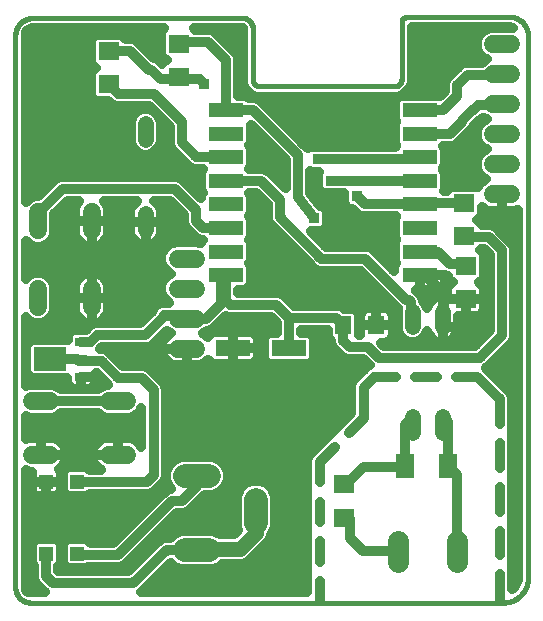
<source format=gtl>
G75*
%MOIN*%
%OFA0B0*%
%FSLAX25Y25*%
%IPPOS*%
%LPD*%
%AMOC8*
5,1,8,0,0,1.08239X$1,22.5*
%
%ADD10C,0.03200*%
%ADD11C,0.01600*%
%ADD12R,0.05512X0.06299*%
%ADD13R,0.07087X0.06299*%
%ADD14R,0.11811X0.04724*%
%ADD15C,0.06000*%
%ADD16C,0.05200*%
%ADD17R,0.11811X0.05512*%
%ADD18R,0.04331X0.02756*%
%ADD19R,0.07087X0.02756*%
%ADD20R,0.11024X0.07874*%
%ADD21R,0.05000X0.02500*%
%ADD22C,0.07050*%
%ADD23R,0.05906X0.08268*%
%ADD24R,0.04724X0.04724*%
%ADD25C,0.07874*%
%ADD26R,0.03562X0.03562*%
%ADD27C,0.03562*%
%ADD28C,0.05000*%
D10*
X0039822Y0047941D02*
X0039348Y0048415D01*
X0039091Y0049034D01*
X0039058Y0049369D01*
X0039058Y0088345D01*
X0039894Y0088073D01*
X0040765Y0087935D01*
X0041268Y0087935D01*
X0041172Y0087703D01*
X0041072Y0087201D01*
X0041072Y0084583D01*
X0046034Y0084583D01*
X0050996Y0084583D01*
X0050996Y0087201D01*
X0050896Y0087703D01*
X0050700Y0088176D01*
X0050416Y0088602D01*
X0050217Y0088801D01*
X0050854Y0089264D01*
X0051477Y0089887D01*
X0051995Y0090600D01*
X0052395Y0091386D01*
X0052668Y0092224D01*
X0052805Y0093095D01*
X0052805Y0093535D01*
X0044206Y0093535D01*
X0044206Y0093535D01*
X0052805Y0093535D01*
X0052805Y0093976D01*
X0052668Y0094847D01*
X0052395Y0095685D01*
X0051995Y0096470D01*
X0051477Y0097184D01*
X0050854Y0097807D01*
X0050141Y0098325D01*
X0049355Y0098725D01*
X0048517Y0098998D01*
X0047646Y0099135D01*
X0044206Y0099135D01*
X0044206Y0093536D01*
X0044205Y0093536D01*
X0044205Y0099135D01*
X0040765Y0099135D01*
X0039894Y0098998D01*
X0039058Y0098726D01*
X0039058Y0106372D01*
X0040130Y0105928D01*
X0048281Y0105928D01*
X0050268Y0106752D01*
X0050845Y0107328D01*
X0063166Y0107328D01*
X0063743Y0106752D01*
X0065730Y0105928D01*
X0073881Y0105928D01*
X0075868Y0106752D01*
X0077389Y0108273D01*
X0077709Y0109045D01*
X0077709Y0096246D01*
X0077595Y0096470D01*
X0077077Y0097184D01*
X0076454Y0097807D01*
X0075741Y0098325D01*
X0074955Y0098725D01*
X0074117Y0098998D01*
X0073246Y0099135D01*
X0069806Y0099135D01*
X0069806Y0093536D01*
X0069805Y0093536D01*
X0069805Y0099135D01*
X0066365Y0099135D01*
X0065494Y0098998D01*
X0064656Y0098725D01*
X0063870Y0098325D01*
X0063157Y0097807D01*
X0062534Y0097184D01*
X0062016Y0096470D01*
X0061616Y0095685D01*
X0061343Y0094847D01*
X0061206Y0093976D01*
X0061205Y0093535D01*
X0061206Y0093535D02*
X0061206Y0093095D01*
X0061343Y0092224D01*
X0061616Y0091386D01*
X0062016Y0090600D01*
X0062534Y0089887D01*
X0063157Y0089264D01*
X0063870Y0088746D01*
X0064177Y0088590D01*
X0060392Y0088590D01*
X0059996Y0088986D01*
X0059111Y0089352D01*
X0053429Y0089352D01*
X0052544Y0088986D01*
X0051867Y0088308D01*
X0051501Y0087424D01*
X0051501Y0081742D01*
X0051867Y0080857D01*
X0052544Y0080180D01*
X0053429Y0079813D01*
X0059111Y0079813D01*
X0059996Y0080180D01*
X0060392Y0080576D01*
X0080244Y0080576D01*
X0081717Y0081186D01*
X0083986Y0083455D01*
X0085114Y0084582D01*
X0085724Y0086055D01*
X0085724Y0115995D01*
X0085114Y0117468D01*
X0081177Y0121405D01*
X0080049Y0122532D01*
X0078577Y0123143D01*
X0071565Y0123143D01*
X0067791Y0126917D01*
X0066664Y0128044D01*
X0065191Y0128654D01*
X0063831Y0128654D01*
X0064479Y0129302D01*
X0079758Y0129302D01*
X0081230Y0129912D01*
X0086175Y0134857D01*
X0086677Y0134355D01*
X0087426Y0134045D01*
X0086805Y0133728D01*
X0086092Y0133210D01*
X0085469Y0132587D01*
X0084951Y0131874D01*
X0084550Y0131088D01*
X0084278Y0130250D01*
X0084140Y0129379D01*
X0084140Y0128939D01*
X0092740Y0128939D01*
X0092740Y0128939D01*
X0084140Y0128939D01*
X0084140Y0128498D01*
X0084278Y0127627D01*
X0084550Y0126789D01*
X0084951Y0126004D01*
X0085469Y0125290D01*
X0086092Y0124667D01*
X0086805Y0124149D01*
X0087591Y0123749D01*
X0088429Y0123476D01*
X0089299Y0123339D01*
X0092740Y0123339D01*
X0092740Y0128938D01*
X0092740Y0128938D01*
X0092740Y0123339D01*
X0096181Y0123339D01*
X0097051Y0123476D01*
X0097890Y0123749D01*
X0098675Y0124149D01*
X0099388Y0124667D01*
X0099855Y0125133D01*
X0099880Y0125072D01*
X0100165Y0124646D01*
X0100527Y0124284D01*
X0100953Y0123999D01*
X0101426Y0123803D01*
X0101928Y0123703D01*
X0108090Y0123703D01*
X0114251Y0123703D01*
X0114754Y0123803D01*
X0115227Y0123999D01*
X0115653Y0124284D01*
X0116015Y0124646D01*
X0116299Y0125072D01*
X0116495Y0125545D01*
X0116595Y0126047D01*
X0116595Y0129059D01*
X0108090Y0129059D01*
X0108090Y0129059D01*
X0116595Y0129059D01*
X0116595Y0132071D01*
X0116495Y0132573D01*
X0116299Y0133047D01*
X0116015Y0133472D01*
X0115653Y0133834D01*
X0115227Y0134119D01*
X0114754Y0134315D01*
X0114251Y0134415D01*
X0108090Y0134415D01*
X0108090Y0129059D01*
X0108090Y0123703D01*
X0108090Y0129059D01*
X0108090Y0129059D01*
X0108090Y0129059D01*
X0108090Y0134415D01*
X0101928Y0134415D01*
X0101426Y0134315D01*
X0100953Y0134119D01*
X0100527Y0133834D01*
X0100165Y0133472D01*
X0099880Y0133047D01*
X0099784Y0132814D01*
X0099388Y0133210D01*
X0098675Y0133728D01*
X0098054Y0134045D01*
X0098803Y0134355D01*
X0099380Y0134931D01*
X0099955Y0134931D01*
X0101427Y0135542D01*
X0105742Y0139856D01*
X0106510Y0139538D01*
X0121002Y0139538D01*
X0122985Y0137554D01*
X0122985Y0134222D01*
X0120603Y0134222D01*
X0119718Y0133856D01*
X0119041Y0133178D01*
X0118675Y0132294D01*
X0118675Y0125824D01*
X0119041Y0124940D01*
X0119718Y0124263D01*
X0120603Y0123896D01*
X0133372Y0123896D01*
X0134256Y0124263D01*
X0134934Y0124940D01*
X0135300Y0125824D01*
X0135300Y0132294D01*
X0134934Y0133178D01*
X0134256Y0133856D01*
X0133372Y0134222D01*
X0130999Y0134222D01*
X0130999Y0135207D01*
X0139843Y0135207D01*
X0139843Y0133040D01*
X0140209Y0132155D01*
X0140886Y0131478D01*
X0140998Y0131432D01*
X0140998Y0130640D01*
X0141608Y0129167D01*
X0143674Y0127102D01*
X0144801Y0125975D01*
X0146274Y0125365D01*
X0151710Y0125365D01*
X0153516Y0123559D01*
X0153743Y0123331D01*
X0152964Y0123009D01*
X0151783Y0121827D01*
X0148239Y0118284D01*
X0147600Y0116740D01*
X0147600Y0107408D01*
X0133672Y0093481D01*
X0133033Y0091937D01*
X0133033Y0047651D01*
X0077710Y0047651D01*
X0078421Y0048362D01*
X0087505Y0057446D01*
X0088674Y0056277D01*
X0091006Y0055311D01*
X0101404Y0055311D01*
X0103735Y0056277D01*
X0104600Y0057142D01*
X0111433Y0057142D01*
X0113236Y0057889D01*
X0114617Y0059269D01*
X0120050Y0064702D01*
X0120797Y0066506D01*
X0120797Y0066645D01*
X0121268Y0067117D01*
X0122234Y0069448D01*
X0122234Y0079846D01*
X0121268Y0082178D01*
X0119483Y0083963D01*
X0117152Y0084928D01*
X0114628Y0084928D01*
X0112296Y0083963D01*
X0110512Y0082178D01*
X0109546Y0079846D01*
X0109546Y0069448D01*
X0109947Y0068479D01*
X0108424Y0066956D01*
X0103813Y0066956D01*
X0103735Y0067033D01*
X0101404Y0067999D01*
X0091006Y0067999D01*
X0088674Y0067033D01*
X0087303Y0065662D01*
X0085250Y0065662D01*
X0083777Y0065052D01*
X0073364Y0054639D01*
X0049912Y0054639D01*
X0049897Y0054653D01*
X0049897Y0056301D01*
X0050437Y0056841D01*
X0050803Y0057726D01*
X0050803Y0063408D01*
X0050437Y0064293D01*
X0049760Y0064970D01*
X0048875Y0065336D01*
X0043193Y0065336D01*
X0042308Y0064970D01*
X0041631Y0064293D01*
X0041265Y0063408D01*
X0041265Y0057726D01*
X0041631Y0056841D01*
X0041883Y0056590D01*
X0041883Y0052197D01*
X0042493Y0050724D01*
X0043620Y0049597D01*
X0045565Y0047651D01*
X0040776Y0047651D01*
X0040441Y0047684D01*
X0039822Y0047941D01*
X0039084Y0049106D02*
X0044111Y0049106D01*
X0041883Y0052304D02*
X0039058Y0052304D01*
X0039058Y0055503D02*
X0041883Y0055503D01*
X0041265Y0058701D02*
X0039058Y0058701D01*
X0039058Y0061900D02*
X0041265Y0061900D01*
X0042618Y0065098D02*
X0039058Y0065098D01*
X0039058Y0068297D02*
X0072455Y0068297D01*
X0075654Y0071495D02*
X0039058Y0071495D01*
X0039058Y0074694D02*
X0078852Y0074694D01*
X0082051Y0077892D02*
X0039058Y0077892D01*
X0039058Y0081091D02*
X0041325Y0081091D01*
X0041368Y0080989D02*
X0041652Y0080563D01*
X0042014Y0080201D01*
X0042440Y0079916D01*
X0042913Y0079720D01*
X0043416Y0079620D01*
X0046034Y0079620D01*
X0048652Y0079620D01*
X0049154Y0079720D01*
X0049628Y0079916D01*
X0050053Y0080201D01*
X0050416Y0080563D01*
X0050700Y0080989D01*
X0050896Y0081462D01*
X0050996Y0081964D01*
X0050996Y0084583D01*
X0046034Y0084583D01*
X0046034Y0084583D01*
X0046034Y0084583D01*
X0046034Y0079620D01*
X0046034Y0084583D01*
X0046034Y0084583D01*
X0041072Y0084583D01*
X0041072Y0081964D01*
X0041172Y0081462D01*
X0041368Y0080989D01*
X0041072Y0084289D02*
X0039058Y0084289D01*
X0039058Y0087488D02*
X0041129Y0087488D01*
X0046034Y0084289D02*
X0046034Y0084289D01*
X0046034Y0081091D02*
X0046034Y0081091D01*
X0050742Y0081091D02*
X0051770Y0081091D01*
X0051501Y0084289D02*
X0050996Y0084289D01*
X0050939Y0087488D02*
X0051527Y0087488D01*
X0052039Y0090686D02*
X0061972Y0090686D01*
X0061206Y0093535D02*
X0069805Y0093535D01*
X0069805Y0093535D01*
X0061205Y0093535D01*
X0061206Y0093885D02*
X0052805Y0093885D01*
X0051550Y0097083D02*
X0062461Y0097083D01*
X0063918Y0106679D02*
X0050093Y0106679D01*
X0044206Y0111335D02*
X0069806Y0111335D01*
X0066632Y0116743D02*
X0065730Y0116743D01*
X0063743Y0115919D01*
X0063166Y0115343D01*
X0050845Y0115343D01*
X0050268Y0115919D01*
X0048281Y0116743D01*
X0040130Y0116743D01*
X0039058Y0116299D01*
X0039058Y0139289D01*
X0040226Y0138122D01*
X0042213Y0137298D01*
X0044365Y0137298D01*
X0046352Y0138122D01*
X0047873Y0139643D01*
X0048696Y0141630D01*
X0048696Y0149781D01*
X0047873Y0151768D01*
X0046352Y0153289D01*
X0044365Y0154113D01*
X0042213Y0154113D01*
X0040226Y0153289D01*
X0039058Y0152122D01*
X0039058Y0164889D01*
X0040226Y0163722D01*
X0042213Y0162898D01*
X0044365Y0162898D01*
X0046352Y0163722D01*
X0047873Y0165243D01*
X0048696Y0167230D01*
X0048696Y0173755D01*
X0053061Y0178120D01*
X0056984Y0178120D01*
X0056818Y0177954D01*
X0056299Y0177241D01*
X0055899Y0176455D01*
X0055627Y0175617D01*
X0055489Y0174746D01*
X0055489Y0171306D01*
X0061089Y0171306D01*
X0066689Y0171306D01*
X0066689Y0174746D01*
X0066551Y0175617D01*
X0066279Y0176455D01*
X0065879Y0177241D01*
X0065360Y0177954D01*
X0065194Y0178120D01*
X0076291Y0178120D01*
X0075727Y0177711D01*
X0075149Y0177132D01*
X0074668Y0176470D01*
X0074296Y0175741D01*
X0074043Y0174963D01*
X0073915Y0174154D01*
X0073915Y0171145D01*
X0079115Y0171145D01*
X0084315Y0171145D01*
X0084315Y0174154D01*
X0084187Y0174963D01*
X0083934Y0175741D01*
X0083562Y0176470D01*
X0083081Y0177132D01*
X0082503Y0177711D01*
X0081939Y0178120D01*
X0087143Y0178120D01*
X0091883Y0173381D01*
X0091883Y0170701D01*
X0092493Y0169228D01*
X0094855Y0166866D01*
X0095982Y0165738D01*
X0097455Y0165128D01*
X0098053Y0165128D01*
X0097886Y0164961D01*
X0097520Y0164076D01*
X0097520Y0164054D01*
X0096816Y0164346D01*
X0088665Y0164346D01*
X0086677Y0163522D01*
X0085156Y0162001D01*
X0084333Y0160014D01*
X0084333Y0157863D01*
X0085156Y0155876D01*
X0086677Y0154355D01*
X0087682Y0153939D01*
X0086677Y0153522D01*
X0085156Y0152001D01*
X0084333Y0150014D01*
X0084333Y0147863D01*
X0085156Y0145876D01*
X0086677Y0144355D01*
X0087033Y0144207D01*
X0084268Y0144207D01*
X0082795Y0143597D01*
X0081668Y0142470D01*
X0081111Y0141126D01*
X0077301Y0137316D01*
X0062623Y0137316D01*
X0063239Y0137516D01*
X0064024Y0137916D01*
X0064737Y0138434D01*
X0065360Y0139057D01*
X0065879Y0139770D01*
X0066279Y0140556D01*
X0066551Y0141394D01*
X0066689Y0142265D01*
X0066689Y0145705D01*
X0061089Y0145705D01*
X0061089Y0137106D01*
X0061514Y0137106D01*
X0060549Y0136706D01*
X0059422Y0135578D01*
X0059113Y0135269D01*
X0056900Y0135269D01*
X0056364Y0135047D01*
X0055053Y0135047D01*
X0054168Y0134681D01*
X0053491Y0134004D01*
X0053124Y0133119D01*
X0053124Y0131701D01*
X0041273Y0131701D01*
X0040388Y0131334D01*
X0039711Y0130657D01*
X0039345Y0129773D01*
X0039345Y0120941D01*
X0039711Y0120056D01*
X0040388Y0119379D01*
X0041273Y0119013D01*
X0052931Y0119013D01*
X0052931Y0117817D01*
X0053031Y0117315D01*
X0053227Y0116842D01*
X0053512Y0116416D01*
X0053874Y0116054D01*
X0054300Y0115769D01*
X0054773Y0115573D01*
X0055275Y0115473D01*
X0057697Y0115473D01*
X0060118Y0115473D01*
X0060621Y0115573D01*
X0061094Y0115769D01*
X0061520Y0116054D01*
X0061882Y0116416D01*
X0062166Y0116842D01*
X0062362Y0117315D01*
X0062462Y0117817D01*
X0062462Y0119451D01*
X0057697Y0119451D01*
X0057697Y0115473D01*
X0057697Y0119451D01*
X0057697Y0119451D01*
X0057697Y0119451D01*
X0062462Y0119451D01*
X0062462Y0120640D01*
X0062734Y0120640D01*
X0066632Y0116743D01*
X0064600Y0116274D02*
X0061740Y0116274D01*
X0062462Y0119473D02*
X0063901Y0119473D01*
X0064394Y0124647D02*
X0057028Y0124647D01*
X0056319Y0125357D01*
X0047264Y0125357D01*
X0053124Y0132267D02*
X0039058Y0132267D01*
X0039058Y0135465D02*
X0059309Y0135465D01*
X0059778Y0137243D02*
X0060648Y0137106D01*
X0061089Y0137105D01*
X0061089Y0145705D01*
X0061089Y0145705D01*
X0061089Y0145706D01*
X0061089Y0145706D01*
X0061089Y0154305D01*
X0060648Y0154305D01*
X0059778Y0154168D01*
X0058939Y0153895D01*
X0058154Y0153495D01*
X0057441Y0152977D01*
X0056818Y0152354D01*
X0056299Y0151641D01*
X0055899Y0150855D01*
X0055627Y0150017D01*
X0055489Y0149146D01*
X0055489Y0145706D01*
X0061089Y0145706D01*
X0061089Y0154305D01*
X0061530Y0154305D01*
X0062400Y0154168D01*
X0063239Y0153895D01*
X0064024Y0153495D01*
X0064737Y0152977D01*
X0065360Y0152354D01*
X0065879Y0151641D01*
X0066279Y0150855D01*
X0066551Y0150017D01*
X0066689Y0149146D01*
X0066689Y0145706D01*
X0061089Y0145706D01*
X0061089Y0145705D01*
X0055489Y0145705D01*
X0055489Y0142265D01*
X0055627Y0141394D01*
X0055899Y0140556D01*
X0056299Y0139770D01*
X0056818Y0139057D01*
X0057441Y0138434D01*
X0058154Y0137916D01*
X0058939Y0137516D01*
X0059778Y0137243D01*
X0061089Y0138664D02*
X0061089Y0138664D01*
X0061089Y0141862D02*
X0061089Y0141862D01*
X0061089Y0145061D02*
X0061089Y0145061D01*
X0061089Y0145706D02*
X0061089Y0171306D01*
X0061089Y0171305D01*
X0061089Y0162706D01*
X0061530Y0162706D01*
X0062400Y0162843D01*
X0063239Y0163116D01*
X0064024Y0163516D01*
X0064737Y0164034D01*
X0065360Y0164657D01*
X0065879Y0165370D01*
X0066279Y0166156D01*
X0066551Y0166994D01*
X0066689Y0167865D01*
X0066689Y0171305D01*
X0061089Y0171305D01*
X0061089Y0171305D01*
X0061089Y0162705D01*
X0060648Y0162706D01*
X0059778Y0162843D01*
X0058939Y0163116D01*
X0058154Y0163516D01*
X0057441Y0164034D01*
X0056818Y0164657D01*
X0056299Y0165370D01*
X0055899Y0166156D01*
X0055627Y0166994D01*
X0055489Y0167865D01*
X0055489Y0171305D01*
X0061089Y0171305D01*
X0061089Y0171306D01*
X0061089Y0170649D02*
X0061089Y0170649D01*
X0061089Y0167451D02*
X0061089Y0167451D01*
X0061089Y0164252D02*
X0061089Y0164252D01*
X0064955Y0164252D02*
X0076177Y0164252D01*
X0076390Y0164097D02*
X0077119Y0163726D01*
X0077897Y0163473D01*
X0078706Y0163345D01*
X0079115Y0163345D01*
X0079524Y0163345D01*
X0080333Y0163473D01*
X0081111Y0163726D01*
X0081840Y0164097D01*
X0082503Y0164579D01*
X0083081Y0165157D01*
X0083562Y0165819D01*
X0083934Y0166549D01*
X0084187Y0167327D01*
X0084315Y0168136D01*
X0084315Y0171145D01*
X0079115Y0171145D01*
X0079115Y0171145D01*
X0079115Y0171145D01*
X0079115Y0163345D01*
X0079115Y0171145D01*
X0079115Y0171145D01*
X0073915Y0171145D01*
X0073915Y0168136D01*
X0074043Y0167327D01*
X0074296Y0166549D01*
X0074668Y0165819D01*
X0075149Y0165157D01*
X0075727Y0164579D01*
X0076390Y0164097D01*
X0074023Y0167451D02*
X0066623Y0167451D01*
X0066689Y0170649D02*
X0073915Y0170649D01*
X0073915Y0173848D02*
X0066689Y0173848D01*
X0065978Y0177046D02*
X0075086Y0177046D01*
X0079115Y0170649D02*
X0079115Y0170649D01*
X0079115Y0167451D02*
X0079115Y0167451D01*
X0079115Y0164252D02*
X0079115Y0164252D01*
X0082053Y0164252D02*
X0088439Y0164252D01*
X0084764Y0161053D02*
X0039058Y0161053D01*
X0039058Y0157855D02*
X0084336Y0157855D01*
X0086375Y0154656D02*
X0039058Y0154656D01*
X0039058Y0164252D02*
X0039696Y0164252D01*
X0046882Y0164252D02*
X0057223Y0164252D01*
X0055555Y0167451D02*
X0048696Y0167451D01*
X0048696Y0170649D02*
X0055489Y0170649D01*
X0055489Y0173848D02*
X0048788Y0173848D01*
X0051987Y0177046D02*
X0056200Y0177046D01*
X0051402Y0182128D02*
X0088803Y0182128D01*
X0095890Y0175041D01*
X0095890Y0171498D01*
X0098252Y0169135D01*
X0105806Y0169135D01*
X0105832Y0169109D01*
X0113567Y0165172D02*
X0113778Y0165384D01*
X0114145Y0166268D01*
X0114145Y0171950D01*
X0113778Y0172835D01*
X0113567Y0173046D01*
X0113778Y0173258D01*
X0114145Y0174142D01*
X0114145Y0179824D01*
X0113778Y0180709D01*
X0113637Y0180850D01*
X0115909Y0180850D01*
X0119835Y0176924D01*
X0119835Y0171882D01*
X0120445Y0170409D01*
X0134225Y0156629D01*
X0135352Y0155502D01*
X0136825Y0154892D01*
X0150529Y0154892D01*
X0162571Y0142850D01*
X0163097Y0142325D01*
X0163053Y0142219D01*
X0163053Y0135027D01*
X0163815Y0133187D01*
X0165224Y0131778D01*
X0167064Y0131016D01*
X0169056Y0131016D01*
X0170896Y0131778D01*
X0172305Y0133187D01*
X0172984Y0134828D01*
X0172988Y0134805D01*
X0173241Y0134027D01*
X0173612Y0133297D01*
X0174094Y0132635D01*
X0174672Y0132056D01*
X0175334Y0131575D01*
X0176064Y0131204D01*
X0176842Y0130951D01*
X0177651Y0130823D01*
X0178060Y0130823D01*
X0178469Y0130823D01*
X0179278Y0130951D01*
X0180056Y0131204D01*
X0180785Y0131575D01*
X0181447Y0132056D01*
X0182026Y0132635D01*
X0182507Y0133297D01*
X0182879Y0134027D01*
X0183132Y0134805D01*
X0183260Y0135614D01*
X0183260Y0136023D01*
X0183260Y0139683D01*
X0185814Y0139683D01*
X0185814Y0145432D01*
X0185814Y0145432D01*
X0185814Y0139683D01*
X0189614Y0139683D01*
X0190116Y0139783D01*
X0190589Y0139979D01*
X0191015Y0140263D01*
X0191377Y0140625D01*
X0191662Y0141051D01*
X0191858Y0141524D01*
X0191957Y0142027D01*
X0191957Y0145432D01*
X0185814Y0145432D01*
X0180146Y0145432D01*
X0178572Y0147007D01*
X0178572Y0136535D01*
X0178060Y0136023D01*
X0178060Y0136023D01*
X0178060Y0146423D01*
X0178469Y0146423D01*
X0179278Y0146295D01*
X0179671Y0146167D01*
X0179671Y0148838D01*
X0179771Y0149340D01*
X0179967Y0149813D01*
X0180251Y0150239D01*
X0180613Y0150601D01*
X0181039Y0150886D01*
X0181432Y0151048D01*
X0180907Y0151266D01*
X0180230Y0151943D01*
X0179864Y0152827D01*
X0179864Y0153236D01*
X0179743Y0153236D01*
X0178905Y0153583D01*
X0178905Y0153361D01*
X0170399Y0153361D01*
X0170399Y0153361D01*
X0170399Y0148399D01*
X0169143Y0148399D01*
X0169813Y0147729D01*
X0170940Y0146602D01*
X0171550Y0145129D01*
X0171550Y0144813D01*
X0172305Y0144059D01*
X0172984Y0142418D01*
X0172988Y0142441D01*
X0173241Y0143219D01*
X0173612Y0143948D01*
X0174094Y0144610D01*
X0174672Y0145189D01*
X0175334Y0145670D01*
X0176064Y0146042D01*
X0176842Y0146295D01*
X0177651Y0146423D01*
X0178060Y0146423D01*
X0178060Y0136023D01*
X0183260Y0136023D01*
X0178060Y0136023D01*
X0178060Y0136023D01*
X0178060Y0130823D01*
X0178060Y0136023D01*
X0178060Y0136023D01*
X0178060Y0135465D02*
X0178060Y0135465D01*
X0178060Y0132267D02*
X0178060Y0132267D01*
X0174462Y0132267D02*
X0171385Y0132267D01*
X0168060Y0136023D02*
X0167543Y0136539D01*
X0167543Y0144332D01*
X0166756Y0145120D01*
X0165969Y0145120D01*
X0152189Y0158899D01*
X0137622Y0158899D01*
X0123843Y0172679D01*
X0123843Y0178584D01*
X0117569Y0184857D01*
X0105832Y0184857D01*
X0105832Y0192731D02*
X0105794Y0192770D01*
X0096017Y0192770D01*
X0091117Y0197670D01*
X0091117Y0204570D01*
X0081917Y0213770D01*
X0070006Y0213770D01*
X0066753Y0217024D01*
X0066643Y0211467D02*
X0062731Y0211467D01*
X0061846Y0211833D01*
X0061169Y0212511D01*
X0060802Y0213395D01*
X0060802Y0220652D01*
X0061169Y0221537D01*
X0061846Y0222214D01*
X0062622Y0222535D01*
X0061846Y0222857D01*
X0061169Y0223534D01*
X0060802Y0224419D01*
X0060802Y0231676D01*
X0061169Y0232560D01*
X0061846Y0233237D01*
X0062731Y0233604D01*
X0070775Y0233604D01*
X0071660Y0233237D01*
X0072337Y0232560D01*
X0072546Y0232054D01*
X0074783Y0232054D01*
X0076256Y0231444D01*
X0081855Y0225845D01*
X0083199Y0225288D01*
X0084608Y0223879D01*
X0084687Y0224070D01*
X0085364Y0224747D01*
X0086140Y0225069D01*
X0085364Y0225390D01*
X0084687Y0226067D01*
X0084320Y0226952D01*
X0084320Y0234209D01*
X0084687Y0235093D01*
X0085327Y0235733D01*
X0041564Y0235733D01*
X0041172Y0235702D01*
X0040426Y0235460D01*
X0039792Y0234999D01*
X0039331Y0234365D01*
X0039089Y0233620D01*
X0039058Y0233228D01*
X0039058Y0177722D01*
X0040226Y0178889D01*
X0042213Y0179713D01*
X0043320Y0179713D01*
X0048005Y0184397D01*
X0049132Y0185525D01*
X0050605Y0186135D01*
X0088006Y0186135D01*
X0089600Y0186135D01*
X0091073Y0185525D01*
X0097520Y0179078D01*
X0097520Y0179824D01*
X0097886Y0180709D01*
X0098097Y0180920D01*
X0097886Y0181132D01*
X0097520Y0182016D01*
X0097520Y0187698D01*
X0097886Y0188583D01*
X0098066Y0188763D01*
X0095220Y0188763D01*
X0093747Y0189373D01*
X0092620Y0190500D01*
X0087720Y0195400D01*
X0087110Y0196873D01*
X0087110Y0202910D01*
X0080258Y0209763D01*
X0069209Y0209763D01*
X0067736Y0210373D01*
X0066643Y0211467D01*
X0061450Y0212230D02*
X0039058Y0212230D01*
X0039058Y0215428D02*
X0060802Y0215428D01*
X0060802Y0218627D02*
X0039058Y0218627D01*
X0039058Y0221825D02*
X0061457Y0221825D01*
X0060802Y0225024D02*
X0039058Y0225024D01*
X0039058Y0228222D02*
X0060802Y0228222D01*
X0060802Y0231421D02*
X0039058Y0231421D01*
X0039516Y0234619D02*
X0084491Y0234619D01*
X0084320Y0231421D02*
X0076279Y0231421D01*
X0073986Y0228047D02*
X0080142Y0221891D01*
X0080929Y0221891D01*
X0084079Y0218742D01*
X0089456Y0218742D01*
X0097071Y0218742D01*
X0098646Y0217167D01*
X0105831Y0225156D02*
X0105831Y0208480D01*
X0105832Y0208480D01*
X0114813Y0208480D01*
X0129748Y0193545D01*
X0129748Y0179372D01*
X0135260Y0172285D01*
X0137079Y0176473D02*
X0133755Y0180747D01*
X0133755Y0187958D01*
X0134181Y0187782D01*
X0136848Y0187782D01*
X0136583Y0187143D01*
X0136583Y0182624D01*
X0136950Y0181739D01*
X0137627Y0181062D01*
X0138512Y0180695D01*
X0143032Y0180695D01*
X0143469Y0180876D01*
X0145250Y0180876D01*
X0145250Y0177424D01*
X0145616Y0176540D01*
X0146293Y0175863D01*
X0147178Y0175496D01*
X0147959Y0175496D01*
X0149869Y0173586D01*
X0151342Y0172976D01*
X0162594Y0172976D01*
X0162453Y0172835D01*
X0162087Y0171950D01*
X0162087Y0166268D01*
X0162453Y0165384D01*
X0162664Y0165172D01*
X0162453Y0164961D01*
X0162087Y0164076D01*
X0162087Y0158394D01*
X0162453Y0157510D01*
X0162528Y0157435D01*
X0162474Y0157381D01*
X0162190Y0156955D01*
X0161994Y0156482D01*
X0161894Y0155980D01*
X0161894Y0154861D01*
X0154459Y0162296D01*
X0152986Y0162906D01*
X0139282Y0162906D01*
X0134091Y0168097D01*
X0137520Y0168097D01*
X0138404Y0168463D01*
X0139082Y0169140D01*
X0139448Y0170025D01*
X0139448Y0174545D01*
X0139082Y0175430D01*
X0138404Y0176107D01*
X0137520Y0176473D01*
X0137079Y0176473D01*
X0136633Y0177046D02*
X0145406Y0177046D01*
X0145250Y0180245D02*
X0134146Y0180245D01*
X0133755Y0183443D02*
X0136583Y0183443D01*
X0136583Y0186642D02*
X0133755Y0186642D01*
X0136441Y0191970D02*
X0169638Y0191970D01*
X0170399Y0192731D01*
X0170373Y0184883D02*
X0170399Y0184857D01*
X0170373Y0184883D02*
X0140772Y0184883D01*
X0149438Y0179684D02*
X0152139Y0176983D01*
X0170399Y0176983D01*
X0170738Y0177322D01*
X0185261Y0177322D01*
X0181239Y0182879D02*
X0180355Y0182512D01*
X0179677Y0181835D01*
X0179468Y0181329D01*
X0178427Y0181329D01*
X0178712Y0182016D01*
X0178712Y0187698D01*
X0178345Y0188583D01*
X0178134Y0188794D01*
X0178345Y0189006D01*
X0178712Y0189890D01*
X0178712Y0195573D01*
X0178345Y0196457D01*
X0178204Y0196598D01*
X0181392Y0196598D01*
X0182865Y0197208D01*
X0186747Y0201090D01*
X0187874Y0202218D01*
X0188153Y0202890D01*
X0190012Y0204749D01*
X0190684Y0205027D01*
X0191556Y0205899D01*
X0191738Y0205718D01*
X0192742Y0205302D01*
X0191738Y0204885D01*
X0190217Y0203364D01*
X0189394Y0201377D01*
X0189394Y0199226D01*
X0190217Y0197239D01*
X0191738Y0195718D01*
X0192742Y0195302D01*
X0191738Y0194885D01*
X0190217Y0193364D01*
X0189394Y0191377D01*
X0189394Y0189226D01*
X0190217Y0187239D01*
X0191738Y0185718D01*
X0192487Y0185408D01*
X0191866Y0185091D01*
X0191153Y0184573D01*
X0190529Y0183950D01*
X0190011Y0183237D01*
X0189734Y0182692D01*
X0189284Y0182879D01*
X0181239Y0182879D01*
X0178712Y0183443D02*
X0190161Y0183443D01*
X0190814Y0186642D02*
X0178712Y0186642D01*
X0178691Y0189840D02*
X0189394Y0189840D01*
X0190082Y0193039D02*
X0178712Y0193039D01*
X0178437Y0196237D02*
X0191218Y0196237D01*
X0189394Y0199436D02*
X0185092Y0199436D01*
X0188047Y0202634D02*
X0189914Y0202634D01*
X0191489Y0205833D02*
X0191623Y0205833D01*
X0188414Y0208424D02*
X0189989Y0209999D01*
X0197498Y0209999D01*
X0197801Y0210302D01*
X0188414Y0208424D02*
X0188020Y0208424D01*
X0184477Y0204881D01*
X0184477Y0204487D01*
X0180595Y0200606D01*
X0170399Y0200606D01*
X0170399Y0208480D02*
X0178233Y0208480D01*
X0182902Y0213149D01*
X0182902Y0216692D01*
X0186446Y0220235D01*
X0197735Y0220235D01*
X0197801Y0220302D01*
X0192742Y0225302D02*
X0191738Y0224885D01*
X0191095Y0224243D01*
X0185649Y0224243D01*
X0184176Y0223632D01*
X0183049Y0222505D01*
X0179505Y0218962D01*
X0178895Y0217489D01*
X0178895Y0215895D01*
X0178895Y0214809D01*
X0177174Y0213087D01*
X0176784Y0213249D01*
X0164028Y0213249D01*
X0165300Y0213776D01*
X0166921Y0215397D01*
X0167798Y0217514D01*
X0167798Y0236127D01*
X0200225Y0236127D01*
X0200679Y0236091D01*
X0201541Y0235811D01*
X0201682Y0235709D01*
X0193725Y0235709D01*
X0191738Y0234885D01*
X0190217Y0233364D01*
X0189394Y0231377D01*
X0189394Y0229226D01*
X0190217Y0227239D01*
X0191738Y0225718D01*
X0192742Y0225302D01*
X0192072Y0225024D02*
X0167798Y0225024D01*
X0167798Y0228222D02*
X0189809Y0228222D01*
X0189412Y0231421D02*
X0167798Y0231421D01*
X0167798Y0234619D02*
X0191472Y0234619D01*
X0182369Y0221825D02*
X0167798Y0221825D01*
X0167798Y0218627D02*
X0179366Y0218627D01*
X0178895Y0215428D02*
X0166934Y0215428D01*
X0165300Y0213776D02*
X0165300Y0213776D01*
X0163169Y0212898D02*
X0163130Y0212882D01*
X0162453Y0212205D01*
X0162087Y0211321D01*
X0162087Y0205639D01*
X0162453Y0204754D01*
X0162664Y0204543D01*
X0162453Y0204331D01*
X0162087Y0203447D01*
X0162087Y0197764D01*
X0162453Y0196880D01*
X0162664Y0196669D01*
X0162453Y0196457D01*
X0162254Y0195977D01*
X0139138Y0195977D01*
X0138701Y0196158D01*
X0134181Y0196158D01*
X0133296Y0195792D01*
X0133196Y0195692D01*
X0133145Y0195815D01*
X0132018Y0196942D01*
X0117083Y0211877D01*
X0115610Y0212487D01*
X0113497Y0212487D01*
X0113101Y0212882D01*
X0112217Y0213249D01*
X0109839Y0213249D01*
X0109839Y0225953D01*
X0109229Y0227426D01*
X0103114Y0233540D01*
X0101987Y0234667D01*
X0100514Y0235277D01*
X0095671Y0235277D01*
X0095215Y0235733D01*
X0111249Y0235733D01*
X0111277Y0235730D01*
X0111328Y0235709D01*
X0111368Y0235669D01*
X0111389Y0235618D01*
X0111392Y0235590D01*
X0111392Y0217514D01*
X0112269Y0215397D01*
X0112269Y0215397D01*
X0113890Y0213776D01*
X0116008Y0212898D01*
X0163169Y0212898D01*
X0162478Y0212230D02*
X0116231Y0212230D01*
X0113890Y0213776D02*
X0113890Y0213776D01*
X0112256Y0215428D02*
X0109839Y0215428D01*
X0109839Y0218627D02*
X0111392Y0218627D01*
X0111392Y0221825D02*
X0109839Y0221825D01*
X0109839Y0225024D02*
X0111392Y0225024D01*
X0111392Y0228222D02*
X0108432Y0228222D01*
X0105831Y0225156D02*
X0099717Y0231270D01*
X0090961Y0231270D01*
X0090271Y0230580D01*
X0084320Y0228222D02*
X0079478Y0228222D01*
X0083464Y0225024D02*
X0086032Y0225024D01*
X0090271Y0219557D02*
X0089456Y0218742D01*
X0081951Y0207990D02*
X0080111Y0208752D01*
X0078119Y0208752D01*
X0076279Y0207990D01*
X0074870Y0206581D01*
X0074108Y0204741D01*
X0074108Y0197549D01*
X0074870Y0195709D01*
X0076279Y0194300D01*
X0078119Y0193538D01*
X0080111Y0193538D01*
X0081951Y0194300D01*
X0083360Y0195709D01*
X0084122Y0197549D01*
X0084122Y0204741D01*
X0083360Y0206581D01*
X0081951Y0207990D01*
X0080989Y0209031D02*
X0039058Y0209031D01*
X0039058Y0205833D02*
X0074560Y0205833D01*
X0074108Y0202634D02*
X0039058Y0202634D01*
X0039058Y0199436D02*
X0074108Y0199436D01*
X0074651Y0196237D02*
X0039058Y0196237D01*
X0039058Y0193039D02*
X0090082Y0193039D01*
X0087374Y0196237D02*
X0083579Y0196237D01*
X0084122Y0199436D02*
X0087110Y0199436D01*
X0087110Y0202634D02*
X0084122Y0202634D01*
X0084188Y0205833D02*
X0083670Y0205833D01*
X0093280Y0189840D02*
X0039058Y0189840D01*
X0039058Y0186642D02*
X0097520Y0186642D01*
X0097520Y0183443D02*
X0093154Y0183443D01*
X0096353Y0180245D02*
X0097694Y0180245D01*
X0091416Y0173848D02*
X0084315Y0173848D01*
X0084315Y0170649D02*
X0091904Y0170649D01*
X0094270Y0167451D02*
X0084206Y0167451D01*
X0083144Y0177046D02*
X0088218Y0177046D01*
X0097042Y0164252D02*
X0097592Y0164252D01*
X0105832Y0153361D02*
X0104157Y0151687D01*
X0104157Y0143939D01*
X0099157Y0138939D01*
X0092740Y0138939D01*
X0092266Y0139807D01*
X0085459Y0139807D01*
X0078961Y0133309D01*
X0062819Y0133309D01*
X0060772Y0131262D01*
X0057697Y0131262D01*
X0064245Y0129068D02*
X0084140Y0129068D01*
X0085048Y0125870D02*
X0068838Y0125870D01*
X0064394Y0124647D02*
X0069906Y0119135D01*
X0077780Y0119135D01*
X0081717Y0115198D01*
X0081717Y0086852D01*
X0079447Y0084583D01*
X0056270Y0084583D01*
X0044206Y0093535D02*
X0069806Y0093535D01*
X0069805Y0093885D02*
X0069806Y0093885D01*
X0069805Y0097083D02*
X0069806Y0097083D01*
X0077150Y0097083D02*
X0077709Y0097083D01*
X0077709Y0100282D02*
X0039058Y0100282D01*
X0039058Y0103480D02*
X0077709Y0103480D01*
X0077709Y0106679D02*
X0075693Y0106679D01*
X0085724Y0106679D02*
X0146871Y0106679D01*
X0147600Y0109877D02*
X0085724Y0109877D01*
X0085724Y0113076D02*
X0147600Y0113076D01*
X0147600Y0116274D02*
X0085608Y0116274D01*
X0083109Y0119473D02*
X0149428Y0119473D01*
X0151783Y0121827D02*
X0151783Y0121827D01*
X0152627Y0122671D02*
X0079714Y0122671D01*
X0083586Y0132267D02*
X0085236Y0132267D01*
X0085065Y0140200D02*
X0091872Y0140200D01*
X0092740Y0138939D01*
X0093020Y0138824D01*
X0101243Y0135465D02*
X0122985Y0135465D01*
X0121876Y0138664D02*
X0104550Y0138664D01*
X0107307Y0143545D02*
X0105832Y0145020D01*
X0105832Y0153361D01*
X0109839Y0148592D02*
X0112217Y0148592D01*
X0113101Y0148959D01*
X0113778Y0149636D01*
X0114145Y0150520D01*
X0114145Y0156202D01*
X0113778Y0157087D01*
X0113567Y0157298D01*
X0113778Y0157510D01*
X0114145Y0158394D01*
X0114145Y0164076D01*
X0113778Y0164961D01*
X0113567Y0165172D01*
X0114072Y0164252D02*
X0126602Y0164252D01*
X0123404Y0167451D02*
X0114145Y0167451D01*
X0114145Y0170649D02*
X0120346Y0170649D01*
X0119835Y0173848D02*
X0114023Y0173848D01*
X0114145Y0177046D02*
X0119714Y0177046D01*
X0116515Y0180245D02*
X0113971Y0180245D01*
X0113637Y0188865D02*
X0116772Y0188865D01*
X0118366Y0188865D01*
X0119839Y0188255D01*
X0125741Y0182353D01*
X0125741Y0191885D01*
X0114120Y0203506D01*
X0114145Y0203447D01*
X0114145Y0197764D01*
X0113778Y0196880D01*
X0113567Y0196669D01*
X0113778Y0196457D01*
X0114145Y0195573D01*
X0114145Y0189890D01*
X0113778Y0189006D01*
X0113637Y0188865D01*
X0114124Y0189840D02*
X0125741Y0189840D01*
X0125741Y0186642D02*
X0121452Y0186642D01*
X0124651Y0183443D02*
X0125741Y0183443D01*
X0124587Y0193039D02*
X0114145Y0193039D01*
X0113870Y0196237D02*
X0121389Y0196237D01*
X0118190Y0199436D02*
X0114145Y0199436D01*
X0114145Y0202634D02*
X0114992Y0202634D01*
X0119929Y0209031D02*
X0162087Y0209031D01*
X0162087Y0205833D02*
X0123127Y0205833D01*
X0126326Y0202634D02*
X0162087Y0202634D01*
X0162087Y0199436D02*
X0129524Y0199436D01*
X0132723Y0196237D02*
X0162362Y0196237D01*
X0149608Y0173848D02*
X0139448Y0173848D01*
X0139448Y0170649D02*
X0162087Y0170649D01*
X0162087Y0167451D02*
X0134738Y0167451D01*
X0137936Y0164252D02*
X0162159Y0164252D01*
X0162087Y0161053D02*
X0155702Y0161053D01*
X0158900Y0157855D02*
X0162310Y0157855D01*
X0153963Y0151458D02*
X0114145Y0151458D01*
X0114145Y0154656D02*
X0150765Y0154656D01*
X0157162Y0148259D02*
X0109839Y0148259D01*
X0109839Y0148592D02*
X0109839Y0147552D01*
X0123458Y0147552D01*
X0124931Y0146942D01*
X0126058Y0145815D01*
X0126058Y0145815D01*
X0128652Y0143221D01*
X0143257Y0143221D01*
X0144730Y0142611D01*
X0145116Y0142225D01*
X0148240Y0142225D01*
X0149125Y0141859D01*
X0149802Y0141182D01*
X0150168Y0140297D01*
X0150168Y0133379D01*
X0150673Y0133379D01*
X0150673Y0136668D01*
X0156029Y0136668D01*
X0156029Y0136669D01*
X0156029Y0142418D01*
X0153017Y0142418D01*
X0152515Y0142318D01*
X0152042Y0142122D01*
X0151616Y0141838D01*
X0151254Y0141476D01*
X0150969Y0141050D01*
X0150773Y0140577D01*
X0150673Y0140074D01*
X0150673Y0136669D01*
X0156029Y0136669D01*
X0156029Y0136669D01*
X0156029Y0142418D01*
X0159041Y0142418D01*
X0159543Y0142318D01*
X0160017Y0142122D01*
X0160442Y0141838D01*
X0160805Y0141476D01*
X0161089Y0141050D01*
X0161285Y0140577D01*
X0161385Y0140074D01*
X0161385Y0136669D01*
X0156029Y0136669D01*
X0156029Y0136668D01*
X0161385Y0136668D01*
X0161385Y0133263D01*
X0161285Y0132760D01*
X0161089Y0132287D01*
X0160805Y0131861D01*
X0160442Y0131499D01*
X0160017Y0131215D01*
X0159543Y0131019D01*
X0159041Y0130919D01*
X0157490Y0130919D01*
X0158573Y0129835D01*
X0188718Y0129835D01*
X0193851Y0134968D01*
X0193851Y0159995D01*
X0191868Y0161979D01*
X0190925Y0161979D01*
X0190845Y0161785D01*
X0190710Y0161650D01*
X0190721Y0161646D01*
X0191398Y0160969D01*
X0191765Y0160084D01*
X0191765Y0152827D01*
X0191398Y0151943D01*
X0190721Y0151266D01*
X0190197Y0151048D01*
X0190589Y0150886D01*
X0191015Y0150601D01*
X0191377Y0150239D01*
X0191662Y0149813D01*
X0191858Y0149340D01*
X0191957Y0148838D01*
X0191957Y0145432D01*
X0185814Y0145432D01*
X0185814Y0145432D01*
X0185814Y0145061D02*
X0185814Y0145061D01*
X0185814Y0141862D02*
X0185814Y0141862D01*
X0183260Y0138664D02*
X0193851Y0138664D01*
X0193851Y0141862D02*
X0191925Y0141862D01*
X0191957Y0145061D02*
X0193851Y0145061D01*
X0193851Y0148259D02*
X0191957Y0148259D01*
X0190913Y0151458D02*
X0193851Y0151458D01*
X0193851Y0154656D02*
X0191765Y0154656D01*
X0191765Y0157855D02*
X0193851Y0157855D01*
X0192793Y0161053D02*
X0191314Y0161053D01*
X0193528Y0165986D02*
X0185574Y0165986D01*
X0185261Y0166298D01*
X0189392Y0171810D02*
X0190168Y0172132D01*
X0190845Y0172809D01*
X0191212Y0173694D01*
X0191212Y0175987D01*
X0191866Y0175512D01*
X0192651Y0175112D01*
X0193489Y0174839D01*
X0194360Y0174702D01*
X0197801Y0174702D01*
X0201242Y0174702D01*
X0202112Y0174839D01*
X0202950Y0175112D01*
X0203124Y0175201D01*
X0203124Y0052519D01*
X0203064Y0051757D01*
X0202594Y0050309D01*
X0201699Y0049077D01*
X0201276Y0048769D01*
X0201276Y0112803D01*
X0200636Y0114347D01*
X0199455Y0115528D01*
X0192580Y0122403D01*
X0192648Y0122431D01*
X0200128Y0129912D01*
X0201255Y0131039D01*
X0201865Y0132512D01*
X0201865Y0162452D01*
X0201255Y0163925D01*
X0196925Y0168256D01*
X0195797Y0169383D01*
X0194325Y0169993D01*
X0191184Y0169993D01*
X0190845Y0170812D01*
X0190168Y0171489D01*
X0189392Y0171810D01*
X0190913Y0170649D02*
X0203124Y0170649D01*
X0203124Y0167451D02*
X0197730Y0167451D01*
X0200928Y0164252D02*
X0203124Y0164252D01*
X0203124Y0161053D02*
X0201865Y0161053D01*
X0201865Y0157855D02*
X0203124Y0157855D01*
X0203124Y0154656D02*
X0201865Y0154656D01*
X0201865Y0151458D02*
X0203124Y0151458D01*
X0203124Y0148259D02*
X0201865Y0148259D01*
X0201865Y0145061D02*
X0203124Y0145061D01*
X0203124Y0141862D02*
X0201865Y0141862D01*
X0201865Y0138664D02*
X0203124Y0138664D01*
X0203124Y0135465D02*
X0201865Y0135465D01*
X0201764Y0132267D02*
X0203124Y0132267D01*
X0203124Y0129068D02*
X0199285Y0129068D01*
X0196086Y0125870D02*
X0203124Y0125870D01*
X0203124Y0122671D02*
X0192888Y0122671D01*
X0195510Y0119473D02*
X0203124Y0119473D01*
X0203124Y0116274D02*
X0198709Y0116274D01*
X0201163Y0113076D02*
X0203124Y0113076D01*
X0203124Y0109877D02*
X0201276Y0109877D01*
X0201276Y0106679D02*
X0203124Y0106679D01*
X0203124Y0103480D02*
X0201276Y0103480D01*
X0201276Y0100282D02*
X0203124Y0100282D01*
X0203124Y0097083D02*
X0201276Y0097083D01*
X0201276Y0093885D02*
X0203124Y0093885D01*
X0203124Y0090686D02*
X0201276Y0090686D01*
X0201276Y0087488D02*
X0203124Y0087488D01*
X0203124Y0084289D02*
X0201276Y0084289D01*
X0201276Y0081091D02*
X0203124Y0081091D01*
X0203124Y0077892D02*
X0201276Y0077892D01*
X0201276Y0074694D02*
X0203124Y0074694D01*
X0203124Y0071495D02*
X0201276Y0071495D01*
X0201276Y0068297D02*
X0203124Y0068297D01*
X0203124Y0065098D02*
X0201276Y0065098D01*
X0201276Y0061900D02*
X0203124Y0061900D01*
X0203124Y0058701D02*
X0201276Y0058701D01*
X0201276Y0055503D02*
X0203124Y0055503D01*
X0203108Y0052304D02*
X0201276Y0052304D01*
X0201276Y0049106D02*
X0201720Y0049106D01*
X0197076Y0045432D02*
X0197076Y0053619D01*
X0197076Y0060019D02*
X0197076Y0068206D01*
X0197076Y0074606D02*
X0197076Y0082794D01*
X0197076Y0089194D02*
X0197076Y0097381D01*
X0197076Y0103781D02*
X0197076Y0111968D01*
X0189595Y0119448D01*
X0182445Y0119448D01*
X0176045Y0119448D02*
X0168894Y0119448D01*
X0162494Y0119448D02*
X0155343Y0119448D01*
X0151800Y0115905D01*
X0151800Y0105669D01*
X0146779Y0100648D01*
X0143672Y0103480D02*
X0085724Y0103480D01*
X0085724Y0100282D02*
X0140474Y0100282D01*
X0137275Y0097083D02*
X0085724Y0097083D01*
X0085724Y0093885D02*
X0134077Y0093885D01*
X0133033Y0090686D02*
X0104886Y0090686D01*
X0105520Y0090052D02*
X0103735Y0091837D01*
X0101404Y0092802D01*
X0091006Y0092802D01*
X0088674Y0091837D01*
X0086889Y0090052D01*
X0085924Y0087720D01*
X0085924Y0085196D01*
X0086889Y0082865D01*
X0087556Y0082198D01*
X0087219Y0082198D01*
X0085746Y0081588D01*
X0068246Y0064087D01*
X0060758Y0064087D01*
X0060673Y0064293D01*
X0059996Y0064970D01*
X0059111Y0065336D01*
X0053429Y0065336D01*
X0052544Y0064970D01*
X0051867Y0064293D01*
X0051501Y0063408D01*
X0051501Y0057726D01*
X0051867Y0056841D01*
X0052544Y0056164D01*
X0053429Y0055798D01*
X0059111Y0055798D01*
X0059776Y0056073D01*
X0070703Y0056073D01*
X0072175Y0056683D01*
X0073303Y0057810D01*
X0089676Y0074183D01*
X0091962Y0074183D01*
X0093435Y0074794D01*
X0094562Y0075921D01*
X0098756Y0080114D01*
X0101404Y0080114D01*
X0103735Y0081080D01*
X0105520Y0082865D01*
X0106486Y0085196D01*
X0106486Y0087720D01*
X0105520Y0090052D01*
X0106486Y0087488D02*
X0133033Y0087488D01*
X0133033Y0084289D02*
X0118695Y0084289D01*
X0121718Y0081091D02*
X0133033Y0081091D01*
X0133033Y0077892D02*
X0122234Y0077892D01*
X0122234Y0074694D02*
X0133033Y0074694D01*
X0133033Y0071495D02*
X0122234Y0071495D01*
X0121757Y0068297D02*
X0133033Y0068297D01*
X0133033Y0065098D02*
X0120214Y0065098D01*
X0117247Y0061900D02*
X0133033Y0061900D01*
X0133033Y0058701D02*
X0114049Y0058701D01*
X0109765Y0068297D02*
X0083789Y0068297D01*
X0083888Y0065098D02*
X0080590Y0065098D01*
X0080625Y0061900D02*
X0077392Y0061900D01*
X0077426Y0058701D02*
X0074193Y0058701D01*
X0074228Y0055503D02*
X0049897Y0055503D01*
X0050803Y0058701D02*
X0051501Y0058701D01*
X0051501Y0061900D02*
X0050803Y0061900D01*
X0049450Y0065098D02*
X0052854Y0065098D01*
X0056270Y0060567D02*
X0056757Y0060080D01*
X0069906Y0060080D01*
X0088016Y0078191D01*
X0091165Y0078191D01*
X0096205Y0083230D01*
X0096205Y0086458D01*
X0096534Y0077892D02*
X0109546Y0077892D01*
X0109546Y0074694D02*
X0093194Y0074694D01*
X0086987Y0071495D02*
X0109546Y0071495D01*
X0110061Y0081091D02*
X0103746Y0081091D01*
X0106110Y0084289D02*
X0113085Y0084289D01*
X0096205Y0061655D02*
X0086047Y0061655D01*
X0075024Y0050631D01*
X0048252Y0050631D01*
X0045890Y0052994D01*
X0045890Y0060423D01*
X0046034Y0060567D01*
X0059686Y0065098D02*
X0069256Y0065098D01*
X0082363Y0052304D02*
X0133033Y0052304D01*
X0133033Y0049106D02*
X0079165Y0049106D01*
X0085562Y0055503D02*
X0090543Y0055503D01*
X0101866Y0055503D02*
X0133033Y0055503D01*
X0137233Y0057859D02*
X0137233Y0064673D01*
X0137233Y0071073D02*
X0137233Y0077887D01*
X0137233Y0084287D02*
X0137233Y0091102D01*
X0142254Y0096122D01*
X0151800Y0089527D02*
X0146682Y0084409D01*
X0145107Y0083621D01*
X0151800Y0089527D02*
X0165186Y0089527D01*
X0165580Y0089920D01*
X0165580Y0103543D01*
X0168060Y0106023D01*
X0178060Y0106023D02*
X0179753Y0104330D01*
X0179753Y0089920D01*
X0182902Y0086771D01*
X0182902Y0061298D01*
X0163217Y0061298D02*
X0151682Y0061298D01*
X0147076Y0065905D01*
X0147076Y0072204D01*
X0145107Y0072598D01*
X0137233Y0051459D02*
X0137233Y0044645D01*
X0086299Y0084289D02*
X0084821Y0084289D01*
X0085724Y0087488D02*
X0085924Y0087488D01*
X0085724Y0090686D02*
X0087524Y0090686D01*
X0085249Y0081091D02*
X0081488Y0081091D01*
X0057697Y0116274D02*
X0057697Y0116274D01*
X0053653Y0116274D02*
X0049411Y0116274D01*
X0040295Y0119473D02*
X0039058Y0119473D01*
X0039058Y0122671D02*
X0039345Y0122671D01*
X0039345Y0125870D02*
X0039058Y0125870D01*
X0039058Y0129068D02*
X0039345Y0129068D01*
X0039058Y0138664D02*
X0039684Y0138664D01*
X0046894Y0138664D02*
X0057211Y0138664D01*
X0055553Y0141862D02*
X0048696Y0141862D01*
X0048696Y0145061D02*
X0055489Y0145061D01*
X0055489Y0148259D02*
X0048696Y0148259D01*
X0048001Y0151458D02*
X0056206Y0151458D01*
X0061089Y0151458D02*
X0061089Y0151458D01*
X0061089Y0148259D02*
X0061089Y0148259D01*
X0066689Y0148259D02*
X0084333Y0148259D01*
X0084931Y0151458D02*
X0065972Y0151458D01*
X0066689Y0145061D02*
X0085971Y0145061D01*
X0081416Y0141862D02*
X0066625Y0141862D01*
X0064967Y0138664D02*
X0078649Y0138664D01*
X0092740Y0125870D02*
X0092740Y0125870D01*
X0108090Y0125870D02*
X0108090Y0125870D01*
X0108090Y0129068D02*
X0108090Y0129068D01*
X0108090Y0132267D02*
X0108090Y0132267D01*
X0116556Y0132267D02*
X0118675Y0132267D01*
X0118675Y0129068D02*
X0116595Y0129068D01*
X0116560Y0125870D02*
X0118675Y0125870D01*
X0126987Y0129059D02*
X0126992Y0133001D01*
X0126992Y0139214D01*
X0142460Y0139214D01*
X0145006Y0136669D01*
X0145006Y0131437D01*
X0147071Y0129372D01*
X0153370Y0129372D01*
X0156913Y0125828D01*
X0190378Y0125828D01*
X0197858Y0133309D01*
X0197858Y0161655D01*
X0193528Y0165986D01*
X0191212Y0173848D02*
X0203124Y0173848D01*
X0197801Y0174702D02*
X0197801Y0180301D01*
X0197801Y0180301D01*
X0197801Y0174702D01*
X0197801Y0177046D02*
X0197801Y0177046D01*
X0197801Y0180245D02*
X0197801Y0180245D01*
X0185027Y0157243D02*
X0180540Y0157243D01*
X0176548Y0161235D01*
X0170399Y0161235D01*
X0170399Y0153361D02*
X0178905Y0153361D01*
X0178905Y0150743D01*
X0178805Y0150241D01*
X0178609Y0149768D01*
X0178324Y0149342D01*
X0177962Y0148980D01*
X0177536Y0148695D01*
X0177063Y0148499D01*
X0176561Y0148399D01*
X0170399Y0148399D01*
X0170399Y0153361D01*
X0170399Y0153361D01*
X0172217Y0153361D01*
X0178572Y0147007D01*
X0179671Y0148259D02*
X0169283Y0148259D01*
X0170399Y0151458D02*
X0170399Y0151458D01*
X0171550Y0145061D02*
X0174544Y0145061D01*
X0178060Y0145061D02*
X0178060Y0145061D01*
X0178060Y0141862D02*
X0178060Y0141862D01*
X0178060Y0138664D02*
X0178060Y0138664D01*
X0183236Y0135465D02*
X0193851Y0135465D01*
X0191150Y0132267D02*
X0181658Y0132267D01*
X0180715Y0151458D02*
X0178905Y0151458D01*
X0185027Y0157243D02*
X0185814Y0156456D01*
X0163053Y0141862D02*
X0160405Y0141862D01*
X0160360Y0145061D02*
X0126812Y0145061D01*
X0122661Y0143545D02*
X0126992Y0139214D01*
X0122661Y0143545D02*
X0107307Y0143545D01*
X0113921Y0157855D02*
X0132999Y0157855D01*
X0129801Y0161053D02*
X0114145Y0161053D01*
X0135300Y0132267D02*
X0140163Y0132267D01*
X0141707Y0129068D02*
X0135300Y0129068D01*
X0135300Y0125870D02*
X0145054Y0125870D01*
X0150168Y0135465D02*
X0150673Y0135465D01*
X0150673Y0138664D02*
X0150168Y0138664D01*
X0149116Y0141862D02*
X0151653Y0141862D01*
X0156029Y0141862D02*
X0156029Y0141862D01*
X0156029Y0138664D02*
X0156029Y0138664D01*
X0161385Y0138664D02*
X0163053Y0138664D01*
X0163053Y0135465D02*
X0161385Y0135465D01*
X0161075Y0132267D02*
X0164735Y0132267D01*
X0111392Y0231421D02*
X0105234Y0231421D01*
X0103114Y0233540D02*
X0103114Y0233540D01*
X0102035Y0234619D02*
X0111392Y0234619D01*
X0073986Y0228047D02*
X0066753Y0228047D01*
X0047050Y0183443D02*
X0039058Y0183443D01*
X0039058Y0180245D02*
X0043852Y0180245D01*
X0043289Y0174015D02*
X0051402Y0182128D01*
X0043289Y0174015D02*
X0043289Y0171306D01*
X0044205Y0097083D02*
X0044206Y0097083D01*
X0044205Y0093885D02*
X0044206Y0093885D01*
D11*
X0040776Y0044251D02*
X0198257Y0044251D01*
X0198457Y0044253D01*
X0198656Y0044261D01*
X0198856Y0044273D01*
X0199055Y0044290D01*
X0199254Y0044311D01*
X0199452Y0044338D01*
X0199649Y0044369D01*
X0199846Y0044405D01*
X0200041Y0044446D01*
X0200236Y0044491D01*
X0200429Y0044541D01*
X0200621Y0044596D01*
X0200812Y0044656D01*
X0201001Y0044720D01*
X0201189Y0044788D01*
X0201375Y0044861D01*
X0201559Y0044939D01*
X0201741Y0045021D01*
X0201921Y0045107D01*
X0202099Y0045198D01*
X0202275Y0045293D01*
X0202449Y0045392D01*
X0202620Y0045496D01*
X0202788Y0045603D01*
X0202954Y0045715D01*
X0203117Y0045830D01*
X0203277Y0045949D01*
X0203434Y0046073D01*
X0203589Y0046200D01*
X0203740Y0046330D01*
X0203888Y0046465D01*
X0204032Y0046602D01*
X0204174Y0046744D01*
X0204311Y0046888D01*
X0204446Y0047036D01*
X0204576Y0047187D01*
X0204703Y0047342D01*
X0204827Y0047499D01*
X0204946Y0047659D01*
X0205061Y0047822D01*
X0205173Y0047988D01*
X0205280Y0048156D01*
X0205384Y0048327D01*
X0205483Y0048501D01*
X0205578Y0048677D01*
X0205669Y0048855D01*
X0205755Y0049035D01*
X0205837Y0049217D01*
X0205915Y0049401D01*
X0205988Y0049587D01*
X0206056Y0049775D01*
X0206120Y0049964D01*
X0206180Y0050155D01*
X0206235Y0050347D01*
X0206285Y0050540D01*
X0206330Y0050735D01*
X0206371Y0050930D01*
X0206407Y0051127D01*
X0206438Y0051324D01*
X0206465Y0051522D01*
X0206486Y0051721D01*
X0206503Y0051920D01*
X0206515Y0052120D01*
X0206523Y0052319D01*
X0206525Y0052519D01*
X0206524Y0052519D02*
X0206524Y0233228D01*
X0206522Y0233385D01*
X0206516Y0233542D01*
X0206506Y0233699D01*
X0206493Y0233855D01*
X0206475Y0234011D01*
X0206454Y0234167D01*
X0206428Y0234322D01*
X0206399Y0234476D01*
X0206366Y0234630D01*
X0206329Y0234782D01*
X0206289Y0234934D01*
X0206244Y0235085D01*
X0206196Y0235234D01*
X0206144Y0235382D01*
X0206089Y0235529D01*
X0206029Y0235675D01*
X0205967Y0235819D01*
X0205900Y0235961D01*
X0205830Y0236102D01*
X0205757Y0236241D01*
X0205680Y0236378D01*
X0205600Y0236513D01*
X0205516Y0236645D01*
X0205429Y0236776D01*
X0205339Y0236905D01*
X0205246Y0237031D01*
X0205150Y0237155D01*
X0205050Y0237277D01*
X0204948Y0237396D01*
X0204842Y0237512D01*
X0204734Y0237626D01*
X0204623Y0237737D01*
X0204509Y0237845D01*
X0204393Y0237951D01*
X0204274Y0238053D01*
X0204152Y0238153D01*
X0204028Y0238249D01*
X0203902Y0238342D01*
X0203773Y0238432D01*
X0203642Y0238519D01*
X0203510Y0238603D01*
X0203375Y0238683D01*
X0203238Y0238760D01*
X0203099Y0238833D01*
X0202958Y0238903D01*
X0202816Y0238970D01*
X0202672Y0239032D01*
X0202526Y0239092D01*
X0202379Y0239147D01*
X0202231Y0239199D01*
X0202082Y0239247D01*
X0201931Y0239292D01*
X0201779Y0239332D01*
X0201627Y0239369D01*
X0201473Y0239402D01*
X0201319Y0239431D01*
X0201164Y0239457D01*
X0201008Y0239478D01*
X0200852Y0239496D01*
X0200696Y0239509D01*
X0200539Y0239519D01*
X0200382Y0239525D01*
X0200225Y0239527D01*
X0166367Y0239527D01*
X0166281Y0239525D01*
X0166195Y0239520D01*
X0166110Y0239510D01*
X0166025Y0239497D01*
X0165941Y0239480D01*
X0165857Y0239460D01*
X0165775Y0239436D01*
X0165694Y0239408D01*
X0165613Y0239377D01*
X0165535Y0239343D01*
X0165458Y0239305D01*
X0165383Y0239263D01*
X0165309Y0239219D01*
X0165238Y0239171D01*
X0165168Y0239120D01*
X0165101Y0239066D01*
X0165037Y0239010D01*
X0164975Y0238950D01*
X0164915Y0238888D01*
X0164859Y0238824D01*
X0164805Y0238757D01*
X0164754Y0238687D01*
X0164706Y0238616D01*
X0164662Y0238543D01*
X0164620Y0238467D01*
X0164582Y0238390D01*
X0164548Y0238312D01*
X0164517Y0238231D01*
X0164489Y0238150D01*
X0164465Y0238068D01*
X0164445Y0237984D01*
X0164428Y0237900D01*
X0164415Y0237815D01*
X0164405Y0237730D01*
X0164400Y0237644D01*
X0164398Y0237558D01*
X0164398Y0218661D01*
X0164396Y0218566D01*
X0164390Y0218471D01*
X0164381Y0218376D01*
X0164367Y0218282D01*
X0164350Y0218189D01*
X0164329Y0218096D01*
X0164305Y0218004D01*
X0164276Y0217913D01*
X0164245Y0217823D01*
X0164209Y0217735D01*
X0164170Y0217648D01*
X0164127Y0217563D01*
X0164082Y0217480D01*
X0164032Y0217399D01*
X0163980Y0217319D01*
X0163924Y0217242D01*
X0163866Y0217167D01*
X0163804Y0217095D01*
X0163739Y0217025D01*
X0163672Y0216958D01*
X0163602Y0216893D01*
X0163530Y0216831D01*
X0163455Y0216773D01*
X0163378Y0216717D01*
X0163298Y0216665D01*
X0163217Y0216615D01*
X0163134Y0216570D01*
X0163049Y0216527D01*
X0162962Y0216488D01*
X0162874Y0216452D01*
X0162784Y0216421D01*
X0162693Y0216392D01*
X0162601Y0216368D01*
X0162508Y0216347D01*
X0162415Y0216330D01*
X0162321Y0216316D01*
X0162226Y0216307D01*
X0162131Y0216301D01*
X0162036Y0216299D01*
X0162036Y0216298D02*
X0117154Y0216298D01*
X0117154Y0216299D02*
X0117059Y0216301D01*
X0116964Y0216307D01*
X0116869Y0216316D01*
X0116775Y0216330D01*
X0116682Y0216347D01*
X0116589Y0216368D01*
X0116497Y0216392D01*
X0116406Y0216421D01*
X0116316Y0216452D01*
X0116228Y0216488D01*
X0116141Y0216527D01*
X0116056Y0216570D01*
X0115973Y0216615D01*
X0115892Y0216665D01*
X0115812Y0216717D01*
X0115735Y0216773D01*
X0115660Y0216831D01*
X0115588Y0216893D01*
X0115518Y0216958D01*
X0115451Y0217025D01*
X0115386Y0217095D01*
X0115324Y0217167D01*
X0115266Y0217242D01*
X0115210Y0217319D01*
X0115158Y0217399D01*
X0115108Y0217480D01*
X0115063Y0217563D01*
X0115020Y0217648D01*
X0114981Y0217735D01*
X0114945Y0217823D01*
X0114914Y0217913D01*
X0114885Y0218004D01*
X0114861Y0218096D01*
X0114840Y0218189D01*
X0114823Y0218282D01*
X0114809Y0218376D01*
X0114800Y0218471D01*
X0114794Y0218566D01*
X0114792Y0218661D01*
X0114792Y0235590D01*
X0114790Y0235706D01*
X0114784Y0235822D01*
X0114775Y0235937D01*
X0114762Y0236052D01*
X0114745Y0236167D01*
X0114724Y0236281D01*
X0114699Y0236395D01*
X0114671Y0236507D01*
X0114639Y0236618D01*
X0114604Y0236729D01*
X0114565Y0236838D01*
X0114522Y0236946D01*
X0114476Y0237052D01*
X0114427Y0237157D01*
X0114374Y0237260D01*
X0114317Y0237362D01*
X0114258Y0237461D01*
X0114195Y0237558D01*
X0114129Y0237654D01*
X0114060Y0237747D01*
X0113988Y0237838D01*
X0113913Y0237926D01*
X0113835Y0238012D01*
X0113754Y0238095D01*
X0113671Y0238176D01*
X0113585Y0238254D01*
X0113497Y0238329D01*
X0113406Y0238401D01*
X0113313Y0238470D01*
X0113217Y0238536D01*
X0113120Y0238599D01*
X0113021Y0238658D01*
X0112919Y0238715D01*
X0112816Y0238768D01*
X0112711Y0238817D01*
X0112605Y0238863D01*
X0112497Y0238906D01*
X0112388Y0238945D01*
X0112277Y0238980D01*
X0112166Y0239012D01*
X0112054Y0239040D01*
X0111940Y0239065D01*
X0111826Y0239086D01*
X0111711Y0239103D01*
X0111596Y0239116D01*
X0111481Y0239125D01*
X0111365Y0239131D01*
X0111249Y0239133D01*
X0041564Y0239133D01*
X0041564Y0239134D02*
X0041412Y0239132D01*
X0041260Y0239126D01*
X0041108Y0239116D01*
X0040957Y0239103D01*
X0040806Y0239085D01*
X0040655Y0239064D01*
X0040505Y0239038D01*
X0040356Y0239009D01*
X0040207Y0238976D01*
X0040060Y0238939D01*
X0039913Y0238899D01*
X0039768Y0238854D01*
X0039624Y0238806D01*
X0039481Y0238754D01*
X0039339Y0238699D01*
X0039199Y0238640D01*
X0039060Y0238577D01*
X0038923Y0238511D01*
X0038788Y0238441D01*
X0038655Y0238368D01*
X0038524Y0238291D01*
X0038394Y0238211D01*
X0038267Y0238128D01*
X0038142Y0238042D01*
X0038019Y0237952D01*
X0037899Y0237859D01*
X0037781Y0237763D01*
X0037665Y0237664D01*
X0037552Y0237562D01*
X0037442Y0237458D01*
X0037334Y0237350D01*
X0037230Y0237240D01*
X0037128Y0237127D01*
X0037029Y0237011D01*
X0036933Y0236893D01*
X0036840Y0236773D01*
X0036750Y0236650D01*
X0036664Y0236525D01*
X0036581Y0236398D01*
X0036501Y0236268D01*
X0036424Y0236137D01*
X0036351Y0236004D01*
X0036281Y0235869D01*
X0036215Y0235732D01*
X0036152Y0235593D01*
X0036093Y0235453D01*
X0036038Y0235311D01*
X0035986Y0235168D01*
X0035938Y0235024D01*
X0035893Y0234879D01*
X0035853Y0234732D01*
X0035816Y0234585D01*
X0035783Y0234436D01*
X0035754Y0234287D01*
X0035728Y0234137D01*
X0035707Y0233986D01*
X0035689Y0233835D01*
X0035676Y0233684D01*
X0035666Y0233532D01*
X0035660Y0233380D01*
X0035658Y0233228D01*
X0035658Y0049369D01*
X0035660Y0049228D01*
X0035666Y0049087D01*
X0035675Y0048946D01*
X0035689Y0048806D01*
X0035707Y0048666D01*
X0035728Y0048527D01*
X0035753Y0048388D01*
X0035782Y0048250D01*
X0035815Y0048113D01*
X0035851Y0047976D01*
X0035891Y0047841D01*
X0035935Y0047707D01*
X0035983Y0047574D01*
X0036034Y0047443D01*
X0036089Y0047313D01*
X0036148Y0047185D01*
X0036209Y0047058D01*
X0036275Y0046933D01*
X0036344Y0046810D01*
X0036416Y0046689D01*
X0036491Y0046570D01*
X0036570Y0046453D01*
X0036652Y0046338D01*
X0036737Y0046225D01*
X0036825Y0046115D01*
X0036916Y0046008D01*
X0037011Y0045903D01*
X0037108Y0045800D01*
X0037207Y0045701D01*
X0037310Y0045604D01*
X0037415Y0045509D01*
X0037522Y0045418D01*
X0037632Y0045330D01*
X0037745Y0045245D01*
X0037860Y0045163D01*
X0037977Y0045084D01*
X0038096Y0045009D01*
X0038217Y0044937D01*
X0038340Y0044868D01*
X0038465Y0044802D01*
X0038592Y0044741D01*
X0038720Y0044682D01*
X0038850Y0044627D01*
X0038981Y0044576D01*
X0039114Y0044528D01*
X0039248Y0044484D01*
X0039383Y0044444D01*
X0039520Y0044408D01*
X0039657Y0044375D01*
X0039795Y0044346D01*
X0039934Y0044321D01*
X0040073Y0044300D01*
X0040213Y0044282D01*
X0040353Y0044268D01*
X0040494Y0044259D01*
X0040635Y0044253D01*
X0040776Y0044251D01*
D12*
X0145006Y0136669D03*
X0156029Y0136669D03*
D13*
X0185814Y0145432D03*
X0185814Y0156456D03*
X0185261Y0166298D03*
X0185261Y0177322D03*
X0145107Y0083621D03*
X0145107Y0072598D03*
X0066753Y0217024D03*
X0066753Y0228047D03*
X0090271Y0230580D03*
X0090271Y0219557D03*
D14*
X0105832Y0208480D03*
X0105832Y0200606D03*
X0105832Y0192731D03*
X0105832Y0184857D03*
X0105832Y0176983D03*
X0105832Y0169109D03*
X0105832Y0161235D03*
X0105832Y0153361D03*
X0170399Y0153361D03*
X0170399Y0161235D03*
X0170399Y0169109D03*
X0170399Y0176983D03*
X0170399Y0184857D03*
X0170399Y0192731D03*
X0170399Y0200606D03*
X0170399Y0208480D03*
D15*
X0194801Y0210302D02*
X0200801Y0210302D01*
X0200801Y0200302D02*
X0194801Y0200302D01*
X0194801Y0190302D02*
X0200801Y0190302D01*
X0200801Y0180302D02*
X0194801Y0180302D01*
X0194801Y0220302D02*
X0200801Y0220302D01*
X0200801Y0230302D02*
X0194801Y0230302D01*
X0095740Y0158939D02*
X0089740Y0158939D01*
X0089740Y0148939D02*
X0095740Y0148939D01*
X0095740Y0138939D02*
X0089740Y0138939D01*
X0089740Y0128939D02*
X0095740Y0128939D01*
X0072806Y0111335D02*
X0066806Y0111335D01*
X0066806Y0093535D02*
X0072806Y0093535D01*
X0047206Y0093535D02*
X0041206Y0093535D01*
X0041206Y0111335D02*
X0047206Y0111335D01*
X0043289Y0142706D02*
X0043289Y0148706D01*
X0043289Y0168306D02*
X0043289Y0174306D01*
X0061089Y0174306D02*
X0061089Y0168306D01*
X0061089Y0148706D02*
X0061089Y0142706D01*
D16*
X0079115Y0168545D02*
X0079115Y0173745D01*
X0079115Y0198545D02*
X0079115Y0203745D01*
X0168060Y0141223D02*
X0168060Y0136023D01*
X0178060Y0136023D02*
X0178060Y0141223D01*
X0178060Y0106023D02*
X0178060Y0100823D01*
X0168060Y0100823D02*
X0168060Y0106023D01*
D17*
X0126987Y0129059D03*
X0108090Y0129059D03*
D18*
X0057697Y0131262D03*
X0057697Y0119451D03*
D19*
X0056319Y0125357D03*
D20*
X0047264Y0125357D03*
D21*
X0047126Y0125357D03*
X0049094Y0125357D03*
X0051457Y0125357D03*
X0054606Y0125357D03*
X0057362Y0125357D03*
X0044764Y0124963D03*
D22*
X0163217Y0064823D02*
X0163217Y0057773D01*
X0182902Y0057773D02*
X0182902Y0064823D01*
D23*
X0179753Y0089920D03*
X0165580Y0089920D03*
D24*
X0056270Y0084583D03*
X0046034Y0084583D03*
X0046034Y0060567D03*
X0056270Y0060567D03*
D25*
X0092268Y0061655D02*
X0100142Y0061655D01*
X0115890Y0070710D02*
X0115890Y0078584D01*
X0100142Y0086458D02*
X0092268Y0086458D01*
D26*
X0135260Y0172285D03*
X0140772Y0184883D03*
X0136441Y0191970D03*
X0149438Y0179684D03*
X0098646Y0217167D03*
D27*
X0121480Y0193151D03*
X0151402Y0167954D03*
X0158488Y0207718D03*
X0177780Y0227797D03*
X0184866Y0190789D03*
X0199827Y0121498D03*
X0046677Y0205750D03*
D28*
X0115890Y0074647D02*
X0115890Y0067482D01*
X0110457Y0062049D01*
X0096598Y0062049D01*
X0096205Y0061655D01*
M02*

</source>
